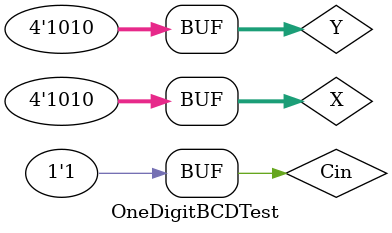
<source format=v>
module OneDigitBCDTest();

reg [3:0] X, Y;
reg Cin;

wire [3:0] Sum;
//wire [4:0] Sum;

wire Cout;

OneDigitBCD OD(X, Y, Cin, Sum, Cout);
//OneDigitBCD OD(X, Y, Cin, Sum);

initial
begin
for (X = 0; X <= 9; X = X + 1)
	for(Y = 0; Y <= 9; Y = Y + 1)
	begin
		Cin = 0;
		#100;
		Cin = 1;
		#100;
	end
end

endmodule
</source>
